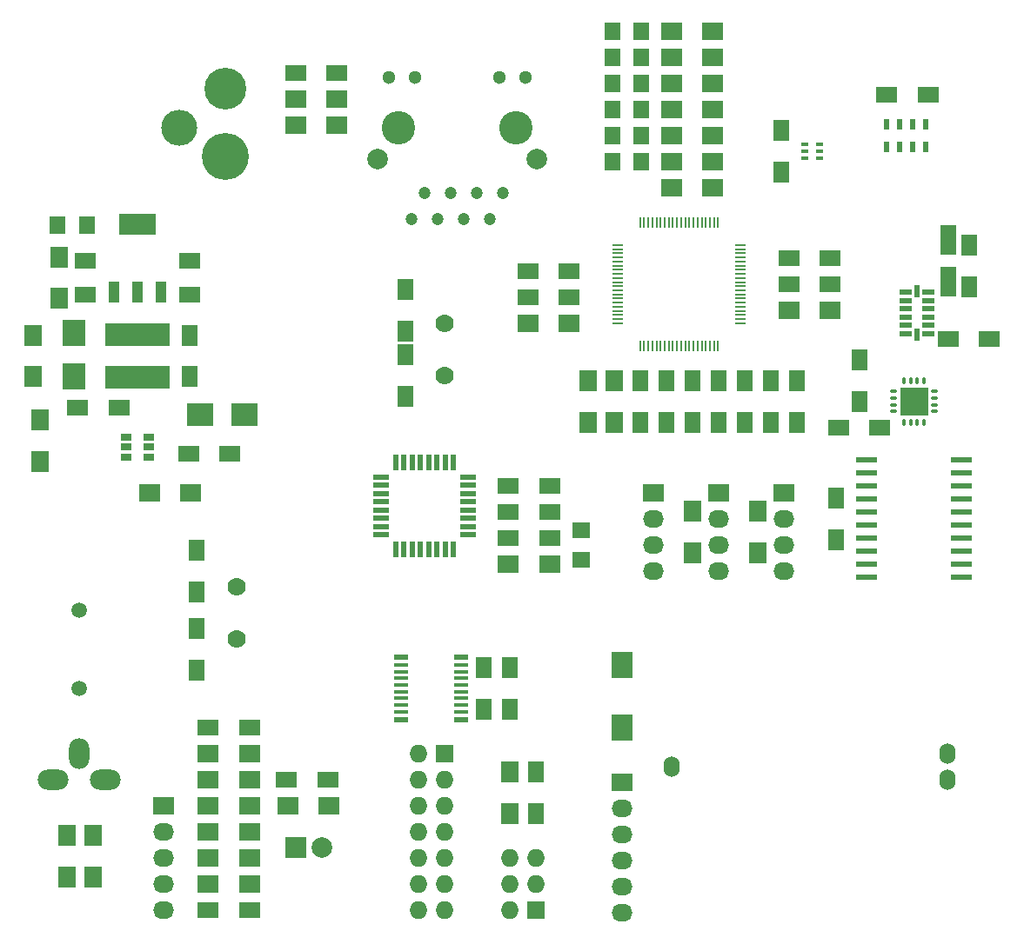
<source format=gts>
G04 #@! TF.FileFunction,Soldermask,Top*
%FSLAX46Y46*%
G04 Gerber Fmt 4.6, Leading zero omitted, Abs format (unit mm)*
G04 Created by KiCad (PCBNEW 4.0.2-stable) date 5/28/2016 11:57:46 PM*
%MOMM*%
G01*
G04 APERTURE LIST*
%ADD10C,0.127000*%
%ADD11R,0.230000X1.000000*%
%ADD12R,1.000000X0.230000*%
%ADD13R,0.600000X1.100000*%
%ADD14O,1.998980X2.999740*%
%ADD15O,2.999740X1.998980*%
%ADD16R,2.000000X2.000000*%
%ADD17C,2.000000*%
%ADD18O,1.524000X2.032000*%
%ADD19R,1.600000X2.000000*%
%ADD20R,2.032000X1.524000*%
%ADD21R,2.032000X1.727200*%
%ADD22O,2.032000X1.727200*%
%ADD23R,1.727200X1.727200*%
%ADD24O,1.727200X1.727200*%
%ADD25R,1.700000X2.000000*%
%ADD26R,2.000000X1.700000*%
%ADD27R,3.657600X2.032000*%
%ADD28R,1.016000X2.032000*%
%ADD29R,2.000000X0.600000*%
%ADD30R,1.350000X0.600000*%
%ADD31R,1.350000X0.400000*%
%ADD32C,1.500000*%
%ADD33R,2.000000X1.600000*%
%ADD34R,1.501140X2.999740*%
%ADD35R,6.300000X2.200000*%
%ADD36O,0.350000X0.800000*%
%ADD37O,0.800000X0.350000*%
%ADD38R,1.350000X1.350000*%
%ADD39R,0.550000X1.145000*%
%ADD40R,1.145000X0.550000*%
%ADD41R,1.060000X0.650000*%
%ADD42R,1.800860X1.597660*%
%ADD43R,1.597660X1.800860*%
%ADD44R,1.600000X0.550000*%
%ADD45R,0.550000X1.600000*%
%ADD46R,2.000000X2.500000*%
%ADD47C,1.778000*%
%ADD48C,3.250000*%
%ADD49C,1.200000*%
%ADD50C,1.300000*%
%ADD51R,0.800000X0.400000*%
%ADD52R,2.301240X2.499360*%
%ADD53R,2.499360X2.301240*%
%ADD54O,4.572000X4.572000*%
%ADD55O,4.064000X4.064000*%
%ADD56O,3.500120X3.500120*%
G04 APERTURE END LIST*
D10*
D11*
X104150000Y-113950000D03*
X104550000Y-113950000D03*
X104950000Y-113950000D03*
X105350000Y-113950000D03*
X105750000Y-113950000D03*
X106150000Y-113950000D03*
X106550000Y-113950000D03*
X106950000Y-113950000D03*
X107350000Y-113950000D03*
X107750000Y-113950000D03*
X108150000Y-113950000D03*
X108550000Y-113950000D03*
X108950000Y-113950000D03*
X109350000Y-113950000D03*
X109750000Y-113950000D03*
X110150000Y-113950000D03*
X110550000Y-113950000D03*
X110950000Y-113950000D03*
X111350000Y-113950000D03*
X111750000Y-113950000D03*
D12*
X113950000Y-111750000D03*
X113950000Y-111350000D03*
X113950000Y-110950000D03*
X113950000Y-110550000D03*
X113950000Y-110150000D03*
X113950000Y-109750000D03*
X113950000Y-109350000D03*
X113950000Y-108950000D03*
X113950000Y-108550000D03*
X113950000Y-108150000D03*
X113950000Y-107750000D03*
X113950000Y-107350000D03*
X113950000Y-106950000D03*
X113950000Y-106550000D03*
X113950000Y-106150000D03*
X113950000Y-105750000D03*
X113950000Y-105350000D03*
X113950000Y-104950000D03*
X113950000Y-104550000D03*
X113950000Y-104150000D03*
D11*
X111750000Y-101950000D03*
X111350000Y-101950000D03*
X110950000Y-101950000D03*
X110550000Y-101950000D03*
X110150000Y-101950000D03*
X109750000Y-101950000D03*
X109350000Y-101950000D03*
X108950000Y-101950000D03*
X108550000Y-101950000D03*
X108150000Y-101950000D03*
X107750000Y-101950000D03*
X107350000Y-101950000D03*
X106950000Y-101950000D03*
X106550000Y-101950000D03*
X106150000Y-101950000D03*
X105750000Y-101950000D03*
X105350000Y-101950000D03*
X104950000Y-101950000D03*
X104550000Y-101950000D03*
X104150000Y-101950000D03*
D12*
X101950000Y-104150000D03*
X101950000Y-104550000D03*
X101950000Y-104950000D03*
X101950000Y-105350000D03*
X101950000Y-105750000D03*
X101950000Y-106150000D03*
X101950000Y-106550000D03*
X101950000Y-106950000D03*
X101950000Y-107350000D03*
X101950000Y-107750000D03*
X101950000Y-108150000D03*
X101950000Y-108550000D03*
X101950000Y-108950000D03*
X101950000Y-109350000D03*
X101950000Y-109750000D03*
X101950000Y-110150000D03*
X101950000Y-110550000D03*
X101950000Y-110950000D03*
X101950000Y-111350000D03*
X101950000Y-111750000D03*
D13*
X131923000Y-94572000D03*
X131923000Y-92372000D03*
X130673000Y-94572000D03*
X130673000Y-92372000D03*
X129423000Y-94572000D03*
X129423000Y-92372000D03*
X128173000Y-94572000D03*
X128173000Y-92372000D03*
D14*
X49530000Y-153670000D03*
D15*
X46990000Y-156210000D03*
X52070000Y-156210000D03*
D16*
X70612000Y-162814000D03*
D17*
X73152000Y-162814000D03*
D18*
X134099300Y-153670000D03*
X107200700Y-154940000D03*
X134099300Y-156210000D03*
D19*
X123190000Y-128810000D03*
X123190000Y-132810000D03*
D20*
X60325000Y-108966000D03*
X60325000Y-105664000D03*
X50165000Y-108966000D03*
X50165000Y-105664000D03*
D19*
X91440000Y-149320000D03*
X91440000Y-145320000D03*
X88900000Y-149320000D03*
X88900000Y-145320000D03*
D21*
X118110000Y-128270000D03*
D22*
X118110000Y-130810000D03*
X118110000Y-133350000D03*
X118110000Y-135890000D03*
D21*
X105410000Y-128270000D03*
D22*
X105410000Y-130810000D03*
X105410000Y-133350000D03*
X105410000Y-135890000D03*
D21*
X111760000Y-128270000D03*
D22*
X111760000Y-130810000D03*
X111760000Y-133350000D03*
X111760000Y-135890000D03*
D23*
X85090000Y-153670000D03*
D24*
X82550000Y-153670000D03*
X85090000Y-156210000D03*
X82550000Y-156210000D03*
X85090000Y-158750000D03*
X82550000Y-158750000D03*
X85090000Y-161290000D03*
X82550000Y-161290000D03*
X85090000Y-163830000D03*
X82550000Y-163830000D03*
X85090000Y-166370000D03*
X82550000Y-166370000D03*
X85090000Y-168910000D03*
X82550000Y-168910000D03*
D25*
X50880000Y-161670000D03*
X50880000Y-165670000D03*
D26*
X69882000Y-158750000D03*
X73882000Y-158750000D03*
D25*
X48340000Y-161670000D03*
X48340000Y-165670000D03*
D27*
X55245000Y-102108000D03*
D28*
X55245000Y-108712000D03*
X57531000Y-108712000D03*
X52959000Y-108712000D03*
D29*
X135460000Y-125095000D03*
X126160000Y-125095000D03*
X135460000Y-126365000D03*
X126160000Y-126365000D03*
X135460000Y-127635000D03*
X126160000Y-127635000D03*
X135460000Y-128905000D03*
X126160000Y-128905000D03*
X135460000Y-130175000D03*
X126160000Y-130175000D03*
X135460000Y-131445000D03*
X126160000Y-131445000D03*
X135460000Y-132715000D03*
X126160000Y-132715000D03*
X135460000Y-133985000D03*
X126160000Y-133985000D03*
X135460000Y-135255000D03*
X126160000Y-135255000D03*
X135460000Y-136525000D03*
X126160000Y-136525000D03*
D30*
X80895000Y-150345000D03*
X86745000Y-150345000D03*
D31*
X80895000Y-149595000D03*
X86745000Y-149595000D03*
X80895000Y-148945000D03*
X86745000Y-148945000D03*
X80895000Y-148295000D03*
X86745000Y-148295000D03*
X80895000Y-147645000D03*
X86745000Y-147645000D03*
X80895000Y-146995000D03*
X86745000Y-146995000D03*
X80895000Y-146345000D03*
X86745000Y-146345000D03*
X80895000Y-145695000D03*
X86745000Y-145695000D03*
X80895000Y-145045000D03*
X86745000Y-145045000D03*
D30*
X80895000Y-144295000D03*
X86745000Y-144295000D03*
D32*
X49530000Y-147310000D03*
X49530000Y-139710000D03*
D26*
X62135000Y-153670000D03*
X66135000Y-153670000D03*
D33*
X123476000Y-121920000D03*
X127476000Y-121920000D03*
D34*
X134112000Y-103665020D03*
X134112000Y-107662980D03*
D33*
X134144000Y-113284000D03*
X138144000Y-113284000D03*
X91345000Y-130175000D03*
X95345000Y-130175000D03*
D19*
X136144000Y-108172000D03*
X136144000Y-104172000D03*
D33*
X91345000Y-132715000D03*
X95345000Y-132715000D03*
X91345000Y-127635000D03*
X95345000Y-127635000D03*
D19*
X125476000Y-115348000D03*
X125476000Y-119348000D03*
X60960000Y-133890000D03*
X60960000Y-137890000D03*
X60960000Y-145510000D03*
X60960000Y-141510000D03*
X93980000Y-159480000D03*
X93980000Y-155480000D03*
D33*
X60230000Y-124460000D03*
X64230000Y-124460000D03*
X49435000Y-120015000D03*
X53435000Y-120015000D03*
D19*
X60325000Y-112935000D03*
X60325000Y-116935000D03*
D33*
X132175000Y-89535000D03*
X128175000Y-89535000D03*
D35*
X55245000Y-116985000D03*
X55245000Y-112885000D03*
D26*
X91345000Y-135255000D03*
X95345000Y-135255000D03*
D25*
X91440000Y-159480000D03*
X91440000Y-155480000D03*
D26*
X60420000Y-128270000D03*
X56420000Y-128270000D03*
D25*
X45720000Y-121190000D03*
X45720000Y-125190000D03*
X47625000Y-109315000D03*
X47625000Y-105315000D03*
X45085000Y-112935000D03*
X45085000Y-116935000D03*
D36*
X129835000Y-121380000D03*
X130485000Y-121380000D03*
X131135000Y-121380000D03*
X131785000Y-121380000D03*
D37*
X132810000Y-120355000D03*
X132810000Y-119705000D03*
X132810000Y-119055000D03*
X132810000Y-118405000D03*
D36*
X131785000Y-117380000D03*
X131135000Y-117380000D03*
X130485000Y-117380000D03*
X129835000Y-117380000D03*
D37*
X128810000Y-118405000D03*
X128810000Y-119055000D03*
X128810000Y-119705000D03*
X128810000Y-120355000D03*
D38*
X131485000Y-118705000D03*
X130135000Y-118705000D03*
X131485000Y-120055000D03*
X130135000Y-120055000D03*
D39*
X131064000Y-112841500D03*
X131064000Y-108646500D03*
D40*
X129966500Y-112744000D03*
X132161500Y-112744000D03*
X129966500Y-111944000D03*
X132161500Y-111944000D03*
X129966500Y-111144000D03*
X132161500Y-111144000D03*
X129966500Y-110344000D03*
X132161500Y-110344000D03*
X129966500Y-109544000D03*
X132161500Y-109544000D03*
X129966500Y-108744000D03*
X132161500Y-108744000D03*
D41*
X54145000Y-122875000D03*
X54145000Y-123825000D03*
X54145000Y-124775000D03*
X56345000Y-124775000D03*
X56345000Y-122875000D03*
X56345000Y-123825000D03*
D42*
X98425000Y-134769860D03*
X98425000Y-131930140D03*
D43*
X47475140Y-102235000D03*
X50314860Y-102235000D03*
D44*
X78935000Y-126740000D03*
X78935000Y-127540000D03*
X78935000Y-128340000D03*
X78935000Y-129140000D03*
X78935000Y-129940000D03*
X78935000Y-130740000D03*
X78935000Y-131540000D03*
X78935000Y-132340000D03*
D45*
X80385000Y-133790000D03*
X81185000Y-133790000D03*
X81985000Y-133790000D03*
X82785000Y-133790000D03*
X83585000Y-133790000D03*
X84385000Y-133790000D03*
X85185000Y-133790000D03*
X85985000Y-133790000D03*
D44*
X87435000Y-132340000D03*
X87435000Y-131540000D03*
X87435000Y-130740000D03*
X87435000Y-129940000D03*
X87435000Y-129140000D03*
X87435000Y-128340000D03*
X87435000Y-127540000D03*
X87435000Y-126740000D03*
D45*
X85985000Y-125290000D03*
X85185000Y-125290000D03*
X84385000Y-125290000D03*
X83585000Y-125290000D03*
X82785000Y-125290000D03*
X81985000Y-125290000D03*
X81185000Y-125290000D03*
X80385000Y-125290000D03*
D46*
X102362000Y-145007000D03*
X102362000Y-151157000D03*
D47*
X64920000Y-137460000D03*
X64920000Y-142540000D03*
D21*
X102362000Y-156464000D03*
D22*
X102362000Y-159004000D03*
X102362000Y-161544000D03*
X102362000Y-164084000D03*
X102362000Y-166624000D03*
X102362000Y-169164000D03*
D33*
X66135000Y-151130000D03*
X62135000Y-151130000D03*
X69755000Y-156210000D03*
X73755000Y-156210000D03*
X66135000Y-168910000D03*
X62135000Y-168910000D03*
D26*
X62135000Y-161290000D03*
X66135000Y-161290000D03*
X62135000Y-158750000D03*
X66135000Y-158750000D03*
X62135000Y-156210000D03*
X66135000Y-156210000D03*
X62135000Y-163830000D03*
X66135000Y-163830000D03*
X62135000Y-166370000D03*
X66135000Y-166370000D03*
D21*
X57785000Y-158750000D03*
D22*
X57785000Y-161290000D03*
X57785000Y-163830000D03*
X57785000Y-166370000D03*
X57785000Y-168910000D03*
D19*
X81280000Y-108490000D03*
X81280000Y-112490000D03*
X81280000Y-118840000D03*
X81280000Y-114840000D03*
X114300000Y-117380000D03*
X114300000Y-121380000D03*
X111760000Y-117380000D03*
X111760000Y-121380000D03*
X109220000Y-117380000D03*
X109220000Y-121380000D03*
D33*
X70644000Y-87376000D03*
X74644000Y-87376000D03*
X118650000Y-107950000D03*
X122650000Y-107950000D03*
X97250000Y-106680000D03*
X93250000Y-106680000D03*
D19*
X106680000Y-117380000D03*
X106680000Y-121380000D03*
D33*
X97250000Y-109220000D03*
X93250000Y-109220000D03*
D19*
X116840000Y-117380000D03*
X116840000Y-121380000D03*
X104140000Y-117380000D03*
X104140000Y-121380000D03*
X119380000Y-117380000D03*
X119380000Y-121380000D03*
D33*
X118650000Y-105410000D03*
X122650000Y-105410000D03*
D43*
X104289860Y-96012000D03*
X101450140Y-96012000D03*
X104289860Y-93472000D03*
X101450140Y-93472000D03*
X104289860Y-90932000D03*
X101450140Y-90932000D03*
X104289860Y-83312000D03*
X101450140Y-83312000D03*
X104289860Y-88392000D03*
X101450140Y-88392000D03*
X104289860Y-85852000D03*
X101450140Y-85852000D03*
D48*
X80645000Y-92710000D03*
X92075000Y-92710000D03*
D17*
X94105000Y-95760000D03*
X78615000Y-95760000D03*
D49*
X86995000Y-101600000D03*
X84455000Y-101600000D03*
X81915000Y-101600000D03*
X89535000Y-101600000D03*
X90805000Y-99060000D03*
X88265000Y-99060000D03*
X85725000Y-99060000D03*
X83185000Y-99060000D03*
D50*
X79735000Y-87810000D03*
X82275000Y-87810000D03*
X92985000Y-87810000D03*
X90445000Y-87810000D03*
D23*
X93980000Y-168910000D03*
D24*
X91440000Y-168910000D03*
X93980000Y-166370000D03*
X91440000Y-166370000D03*
X93980000Y-163830000D03*
X91440000Y-163830000D03*
D25*
X101600000Y-121380000D03*
X101600000Y-117380000D03*
D26*
X111220000Y-98552000D03*
X107220000Y-98552000D03*
X122650000Y-110490000D03*
X118650000Y-110490000D03*
X93250000Y-111760000D03*
X97250000Y-111760000D03*
D25*
X99060000Y-117380000D03*
X99060000Y-121380000D03*
D26*
X107220000Y-96012000D03*
X111220000Y-96012000D03*
X107220000Y-93472000D03*
X111220000Y-93472000D03*
X107220000Y-90932000D03*
X111220000Y-90932000D03*
X107220000Y-83312000D03*
X111220000Y-83312000D03*
X107220000Y-88392000D03*
X111220000Y-88392000D03*
X107220000Y-85852000D03*
X111220000Y-85852000D03*
X74644000Y-89916000D03*
X70644000Y-89916000D03*
X74644000Y-92456000D03*
X70644000Y-92456000D03*
D25*
X109220000Y-130080000D03*
X109220000Y-134080000D03*
X115570000Y-130080000D03*
X115570000Y-134080000D03*
D47*
X85090000Y-111760000D03*
X85090000Y-116840000D03*
D19*
X117856000Y-92996000D03*
X117856000Y-96996000D03*
D51*
X121604000Y-94346000D03*
X120204000Y-94346000D03*
X121604000Y-94996000D03*
X120204000Y-94996000D03*
X121604000Y-95646000D03*
X120204000Y-95646000D03*
D52*
X49022000Y-116956840D03*
X49022000Y-112659160D03*
D53*
X61351160Y-120650000D03*
X65648840Y-120650000D03*
D54*
X63754000Y-95504000D03*
D55*
X63754000Y-88900000D03*
D56*
X59309000Y-92710000D03*
M02*

</source>
